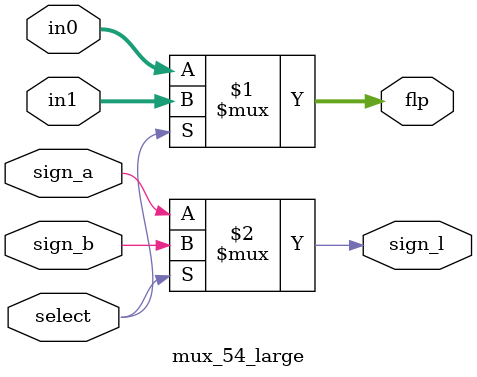
<source format=v>
`timescale 1ns/1ps
module mux_54_large (
              in0,
	      in1,
	      sign_a,
	      sign_b,
	      select,
	      flp,
	      sign_l
              );

input   [0:52]    in0;          // connected to FA in the N path
input   [0:52]    in1;          // connected yo FB in the N path
input  	          sign_a;
input	          sign_b;
input	          select;       // connected to delta[1]
output  [-1:51]	  flp;
output	          sign_l;

wire    [-1:51] flp ;

assign  flp = (select) ? in1 : in0 ;
assign  sign_l = (select) ? sign_b : sign_a ;

endmodule	      

</source>
